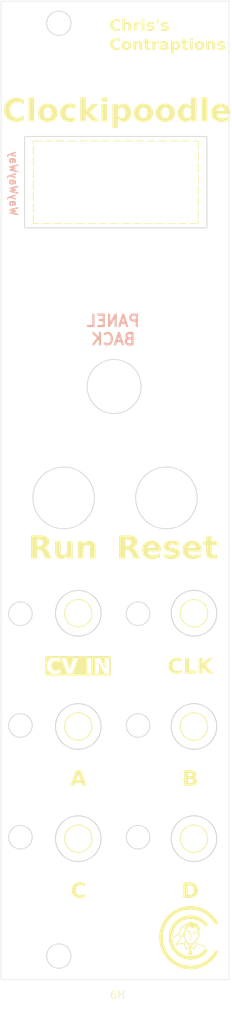
<source format=kicad_pcb>
(kicad_pcb (version 20241229) (generator "pcbnew") (generator_version "9.0")
  (layers (0 "F.Cu" signal) (2 "B.Cu" signal) (13 "F.Paste" user) (15 "B.Paste" user) (5 "F.SilkS" user "F.Silkscreen") (7 "B.SilkS" user "B.Silkscreen") (1 "F.Mask" user) (3 "B.Mask" user) (25 "Edge.Cuts" user))
  (net 0 "")
  (footprint "LEDs:MountingHole_3.1mm_LED_D3.0mm_FlatTop" (layer "F.Cu") (at 114.78 138.684)
    (property "Reference" "D20X" (hide yes))
    (property "Value" "LED")
    (fp_circle (center 1.27 0) (end 2.82 0) (stroke (width 0.1)) (fill no) (layer "Edge.Cuts"))
  )
  (footprint "Eurorack Switches:MountingHole_6.0mm_Jack_3.5mm_QingPu_Vertical" (layer "F.Cu") (at 123.416 132.396)
    (property "Reference" "J10X" (hide yes))
    (property "Value" "CLK/16")
    (fp_circle (center 0 6.48) (end 1.8 6.48) (stroke (width 0.12)) (fill no) (layer "F.SilkS"))
    (fp_circle (center 0 6.48) (end 3 6.48) (stroke (width 0.12)) (fill no) (layer "Edge.Cuts"))
  )
  (footprint "LEDs:MountingHole_3.1mm_LED_D3.0mm_FlatTop" (layer "F.Cu") (at 114.78 124.011)
    (property "Reference" "D19X" (hide yes))
    (property "Value" "LED")
    (fp_circle (center 1.27 0) (end 2.82 0) (stroke (width 0.1)) (fill no) (layer "Edge.Cuts"))
  )
  (footprint "LEDs:MountingHole_3.1mm_LED_D3.0mm_FlatTop" (layer "F.Cu") (at 99.286 124.011)
    (property "Reference" "D16X" (hide yes))
    (property "Value" "LED")
    (fp_circle (center 1.27 0) (end 2.82 0) (stroke (width 0.1)) (fill no) (layer "Edge.Cuts"))
  )
  (footprint "Rotary Encoders:MountingHole_7.1mm_RotaryEncoder_Vertical_H25mm_Dual_PushButton" (layer "F.Cu") (at 112.896 86.748)
    (property "Reference" "SW1X" (hide yes))
    (property "Value" "RotaryEncoder_DualWithSwitch")
    (fp_circle (center 0 -7.25) (end 3.55 -7.25) (stroke (width 0.1)) (fill no) (layer "Edge.Cuts"))
  )
  (footprint "Eurorack Switches:MountingHole_6.0mm_Jack_3.5mm_QingPu_Vertical" (layer "F.Cu") (at 123.416 117.664)
    (property "Reference" "J8X" (hide yes))
    (property "Value" "CLK/4")
    (fp_circle (center 0 6.48) (end 1.8 6.48) (stroke (width 0.12)) (fill no) (layer "F.SilkS"))
    (fp_circle (center 0 6.48) (end 3 6.48) (stroke (width 0.12)) (fill no) (layer "Edge.Cuts"))
  )
  (footprint "Eurorack Switches:MountingHole_6.0mm_Jack_3.5mm_QingPu_Vertical" (layer "F.Cu") (at 123.416 102.792)
    (property "Reference" "J6X" (hide yes))
    (property "Value" "CLK")
    (fp_circle (center 0 6.48) (end 1.8 6.48) (stroke (width 0.12)) (fill no) (layer "F.SilkS"))
    (fp_circle (center 0 6.48) (end 3 6.48) (stroke (width 0.12)) (fill no) (layer "Edge.Cuts"))
  )
  (footprint "Eurorack Panel Mounting:MountingHoles_6H_Panel" (layer "F.Cu") (at 98.116 157.29)
    (property "Reference" "6H" (at 15.24 2.08 0) (layer "F.SilkS") (effects (font (thickness 0.1))))
    (property "Value" "MountingHoles_6H_Panel")
    (fp_circle (center 7.5 -125.5) (end 9.1 -125.5) (stroke (width 0.1)) (fill no) (layer "Edge.Cuts"))
    (fp_circle (center 7.5 -3) (end 9.1 -3) (stroke (width 0.1)) (fill no) (layer "Edge.Cuts"))
  )
  (footprint "Eurorack Switches:MountingHole_6.0mm_Jack_3.5mm_QingPu_Vertical" (layer "F.Cu") (at 108.176 132.396)
    (property "Reference" "J9X" (hide yes))
    (property "Value" "CLK/8")
    (fp_circle (center 0 6.48) (end 1.8 6.48) (stroke (width 0.12)) (fill no) (layer "F.SilkS"))
    (fp_circle (center 0 6.48) (end 3 6.48) (stroke (width 0.12)) (fill no) (layer "Edge.Cuts"))
  )
  (footprint "Eurorack Switches:MountingHole_6.0mm_Jack_3.5mm_QingPu_Vertical" (layer "F.Cu") (at 108.176 102.792)
    (property "Reference" "J3X" (hide yes))
    (property "Value" "Clock In")
    (fp_circle (center 0 6.48) (end 1.8 6.48) (stroke (width 0.12)) (fill no) (layer "F.SilkS"))
    (fp_circle (center 0 6.48) (end 3 6.48) (stroke (width 0.12)) (fill no) (layer "Edge.Cuts"))
  )
  (footprint "Eurorack Switches:MountingHole_6.0mm_Jack_3.5mm_QingPu_Vertical" (layer "F.Cu") (at 108.176 117.664)
    (property "Reference" "J7X" (hide yes))
    (property "Value" "CLK/2")
    (fp_circle (center 0 6.48) (end 1.8 6.48) (stroke (width 0.12)) (fill no) (layer "F.SilkS"))
    (fp_circle (center 0 6.48) (end 3 6.48) (stroke (width 0.12)) (fill no) (layer "Edge.Cuts"))
  )
  (footprint "Eurorack Switches:MountingHole_8.1mm_SW_PUSH_6x6mm" (layer "F.Cu") (at 108.497 90.876 -90)
    (property "Reference" "SW2X" (hide yes))
    (property "Value" "Run/Stop")
    (fp_circle (center 3.25 2.25) (end 7.3 2.25) (stroke (width 0.1)) (fill no) (layer "Edge.Cuts"))
  )
  (footprint "Logos:cc_logo" (layer "F.Cu") (at 122.936 151.892)
    (property "Reference" "LOGO***" (hide yes))
    (property "Value" "LOGO" (hide yes))
    (fp_poly (pts (xy -0.193874 -0.722298) (xy -0.161895 -0.699718) (xy -0.1432 -0.66651) (xy -0.138 -0.626566) (xy -0.146506 -0.58378) (xy -0.168929 -0.542043) (xy -0.18318 -0.525096) (xy -0.214973 -0.503024) (xy -0.248955 -0.500197) (xy -0.283706 -0.516658) (xy -0.29009 -0.521808) (xy -0.30514 -0.536715) (xy -0.313396 -0.552783) (xy -0.31685 -0.576351) (xy -0.3175 -0.609015) (xy -0.311865 -0.662973) (xy -0.295586 -0.702078) (xy -0.269605 -0.725466) (xy -0.234864 -0.732274)) (fill yes) (layer "F.SilkS"))
    (fp_poly (pts (xy 0.535035 -0.661591) (xy 0.558591 -0.651645) (xy 0.572522 -0.639751) (xy 0.58743 -0.622094) (xy 0.5931 -0.60403) (xy 0.591653 -0.577219) (xy 0.590534 -0.568924) (xy 0.577292 -0.508677) (xy 0.557457 -0.463489) (xy 0.532225 -0.434242) (xy 0.502793 -0.421819) (xy 0.470358 -0.427102) (xy 0.436115 -0.450975) (xy 0.433754 -0.453293) (xy 0.41332 -0.476407) (xy 0.40351 -0.498004) (xy 0.400616 -0.527406) (xy 0.400538 -0.536816) (xy 0.404889 -0.578233) (xy 0.416386 -0.616972) (xy 0.432697 -0.646507) (xy 0.44342 -0.656832) (xy 0.45908 -0.661123) (xy 0.486312 -0.66377) (xy 0.501117 -0.664158)) (fill yes) (layer "F.SilkS"))
    (fp_poly (pts (xy 0.027438 0.160026) (xy 0.102272 0.17336) (xy 0.163077 0.198793) (xy 0.210751 0.236648) (xy 0.232197 0.263613) (xy 0.249424 0.297932) (xy 0.250711 0.322764) (xy 0.238136 0.336175) (xy 0.213777 0.336234) (xy 0.179713 0.321008) (xy 0.174235 0.317511) (xy 0.115095 0.287643) (xy 0.044437 0.266401) (xy -0.031293 0.254733) (xy -0.105644 0.253587) (xy -0.172171 0.263912) (xy -0.178339 0.26567) (xy -0.20416 0.272121) (xy -0.218867 0.27069) (xy -0.229574 0.26053) (xy -0.230342 0.25949) (xy -0.238263 0.243106) (xy -0.234438 0.22495) (xy -0.229891 0.21553) (xy -0.213876 0.193744) (xy -0.189845 0.178113) (xy -0.1547 0.167583) (xy -0.105342 0.161098) (xy -0.062324 0.158472)) (fill yes) (layer "F.SilkS"))
    (fp_poly (pts (xy 0.311233 -0.91771) (xy 0.335014 -0.907107) (xy 0.36539 -0.888896) (xy 0.437888 -0.851853) (xy 0.514466 -0.832828) (xy 0.553466 -0.830385) (xy 0.592419 -0.823685) (xy 0.637006 -0.805954) (xy 0.681052 -0.780742) (xy 0.718386 -0.751601) (xy 0.742832 -0.722082) (xy 0.743339 -0.72116) (xy 0.744656 -0.701766) (xy 0.731643 -0.684767) (xy 0.709282 -0.675495) (xy 0.700244 -0.675059) (xy 0.680799 -0.6794) (xy 0.650303 -0.689832) (xy 0.615461 -0.704055) (xy 0.575279 -0.719854) (xy 0.538938 -0.728585) (xy 0.496946 -0.73216) (xy 0.473807 -0.732596) (xy 0.40208 -0.738585) (xy 0.345884 -0.75564) (xy 0.304483 -0.784) (xy 0.299135 -0.789657) (xy 0.287816 -0.807664) (xy 0.284039 -0.831516) (xy 0.285544 -0.859997) (xy 0.28989 -0.890179) (xy 0.295693 -0.912168) (xy 0.299025 -0.918288)) (fill yes) (layer "F.SilkS"))
    (fp_poly (pts (xy 0.058211 -0.943427) (xy 0.061747 -0.914085) (xy 0.061611 -0.910226) (xy 0.050634 -0.859126) (xy 0.024897 -0.815745) (xy -0.012177 -0.782766) (xy -0.057169 -0.762873) (xy -0.106657 -0.758746) (xy -0.12718 -0.762169) (xy -0.157249 -0.771233) (xy -0.193415 -0.784459) (xy -0.208586 -0.790685) (xy -0.250678 -0.8058) (xy -0.285085 -0.809266) (xy -0.319986 -0.80084) (xy -0.351693 -0.786423) (xy -0.390768 -0.770405) (xy -0.425834 -0.762827) (xy -0.452346 -0.764255) (xy -0.464403 -0.772359) (xy -0.465774 -0.790909) (xy -0.455901 -0.816167) (xy -0.438025 -0.841724) (xy -0.421608 -0.857016) (xy -0.396143 -0.873753) (xy -0.363889 -0.892351) (xy -0.352263 -0.898478) (xy -0.336692 -0.906125) (xy -0.322275 -0.911603) (xy -0.306018 -0.914958) (xy -0.284927 -0.916237) (xy -0.256009 -0.915487) (xy -0.21627 -0.912755) (xy -0.162716 -0.908087) (xy -0.101593 -0.902398) (xy -0.06765 -0.899985) (xy -0.045564 -0.902043) (xy -0.027813 -0.910591) (xy -0.006869 -0.927646) (xy -0.006619 -0.927865) (xy 0.02412 -0.950293) (xy 0.0457 -0.955489)) (fill yes) (layer "F.SilkS"))
    (fp_poly (pts (xy 0.157925 -0.670288) (xy 0.166158 -0.654342) (xy 0.169992 -0.641806) (xy 0.170643 -0.627065) (xy 0.167376 -0.606903) (xy 0.159454 -0.578102) (xy 0.146144 -0.537445) (xy 0.126708 -0.481715) (xy 0.126682 -0.481641) (xy 0.105532 -0.423651) (xy 0.082871 -0.364603) (xy 0.061047 -0.310426) (xy 0.042408 -0.267053) (xy 0.037783 -0.257025) (xy 0.021121 -0.221321) (xy 0.008212 -0.19286) (xy 0.000938 -0.175831) (xy 0 -0.172946) (xy 0.009034 -0.1705) (xy 0.033278 -0.167297) (xy 0.068446 -0.163854) (xy 0.090365 -0.162083) (xy 0.149723 -0.155303) (xy 0.191041 -0.144984) (xy 0.215578 -0.130629) (xy 0.224593 -0.111742) (xy 0.224692 -0.109191) (xy 0.217039 -0.085671) (xy 0.198457 -0.071314) (xy 0.186104 -0.069741) (xy 0.170442 -0.071112) (xy 0.140157 -0.073738) (xy 0.100091 -0.077199) (xy 0.068384 -0.079933) (xy -0.001529 -0.088621) (xy -0.054156 -0.101045) (xy -0.088856 -0.116987) (xy -0.104988 -0.136228) (xy -0.105731 -0.139188) (xy -0.103198 -0.154067) (xy -0.09406 -0.182987) (xy -0.079659 -0.222138) (xy -0.061338 -0.267711) (xy -0.0558 -0.280841) (xy -0.031362 -0.339655) (xy -0.003748 -0.408446) (xy 0.023704 -0.478775) (xy 0.047652 -0.542198) (xy 0.048277 -0.543892) (xy 0.066965 -0.592593) (xy 0.084481 -0.634521) (xy 0.099313 -0.666325) (xy 0.10995 -0.684651) (xy 0.113134 -0.687682) (xy 0.137721 -0.688335)) (fill yes) (layer "F.SilkS"))
    (fp_poly (pts (xy 0.080967 -2.945699) (xy 0.166081 -2.944346) (xy 0.243192 -2.941672) (xy 0.308429 -2.937651) (xy 0.356577 -2.932458) (xy 0.50599 -2.908202) (xy 0.640778 -2.881277) (xy 0.765807 -2.850403) (xy 0.885939 -2.814297) (xy 1.00604 -2.771678) (xy 1.084412 -2.740689) (xy 1.299969 -2.641949) (xy 1.505539 -2.526538) (xy 1.700543 -2.394907) (xy 1.884402 -2.247507) (xy 2.056538 -2.084791) (xy 2.216372 -1.907211) (xy 2.318862 -1.776681) (xy 2.345221 -1.741169) (xy 2.196876 -1.615488) (xy 2.148844 -1.574802) (xy 2.103672 -1.536553) (xy 2.064335 -1.503257) (xy 2.033807 -1.477434) (xy 2.015062 -1.461599) (xy 2.01449 -1.461117) (xy 1.980449 -1.432426) (xy 1.954936 -1.461682) (xy 1.938973 -1.480441) (xy 1.913985 -1.510331) (xy 1.883305 -1.547347) (xy 1.850263 -1.587485) (xy 1.847915 -1.590347) (xy 1.709004 -1.744526) (xy 1.556153 -1.885883) (xy 1.390833 -2.013607) (xy 1.214515 -2.126886) (xy 1.028671 -2.224907) (xy 0.834772 -2.306858) (xy 0.63429 -2.371928) (xy 0.428697 -2.419304) (xy 0.312454 -2.437727) (xy 0.240158 -2.445113) (xy 0.155096 -2.450208) (xy 0.062363 -2.453006) (xy -0.032949 -2.453499) (xy -0.125748 -2.451681) (xy -0.21094 -2.447544) (xy -0.283433 -2.441082) (xy -0.302846 -2.438561) (xy -0.517654 -2.398555) (xy -0.725016 -2.341074) (xy -0.924058 -2.266458) (xy -1.113905 -2.175047) (xy -1.293684 -2.06718) (xy -1.340916 -2.034906) (xy -1.479839 -1.928947) (xy -1.61412 -1.810196) (xy -1.739806 -1.682594) (xy -1.852944 -1.550084) (xy -1.926579 -1.450731) (xy -2.042469 -1.266316) (xy -2.140677 -1.07419) (xy -2.221034 -0.875305) (xy -2.283371 -0.670615) (xy -2.327519 -0.46107) (xy -2.353309 -0.247624) (xy -2.360571 -0.031229) (xy -2.349136 0.187162) (xy -2.318836 0.406598) (xy -2.284777 0.566615) (xy -2.225229 0.770141) (xy -2.148458 0.966299) (xy -2.055389 1.154077) (xy -1.946949 1.332464) (xy -1.824065 1.500449) (xy -1.687664 1.657019) (xy -1.538672 1.801163) (xy -1.378016 1.931869) (xy -1.206623 2.048126) (xy -1.025419 2.148922) (xy -0.835331 2.233245) (xy -0.720122 2.274619) (xy -0.551721 2.324188) (xy -0.388866 2.359637) (xy -0.225114 2.381999) (xy -0.054025 2.392309) (xy 0.019598 2.393292) (xy 0.237155 2.383954) (xy 0.450623 2.35561) (xy 0.659283 2.308499) (xy 0.862416 2.242859) (xy 1.059305 2.15893) (xy 1.24923 2.05695) (xy 1.431474 1.937159) (xy 1.465384 1.912247) (xy 1.506231 1.879428) (xy 1.557271 1.83484) (xy 1.615645 1.781252) (xy 1.678493 1.721432) (xy 1.742955 1.65815) (xy 1.806172 1.594174) (xy 1.865283 1.532274) (xy 1.917429 1.475217) (xy 1.921411 1.470723) (xy 1.990049 1.393023) (xy 2.034262 1.431646) (xy 2.088565 1.479133) (xy 2.142437 1.526331) (xy 2.193615 1.57125) (xy 2.239836 1.611899) (xy 2.278838 1.646289) (xy 2.308358 1.672428) (xy 2.326134 1.688326) (xy 2.328926 1.690882) (xy 2.335739 1.698292) (xy 2.338041 1.706393) (xy 2.334328 1.717891) (xy 2.323095 1.735491) (xy 2.302837 1.761897) (xy 2.272049 1.799817) (xy 2.260541 1.813834) (xy 2.096564 1.999113) (xy 1.923088 2.167486) (xy 1.740369 2.318811) (xy 1.548663 2.452945) (xy 1.348227 2.569746) (xy 1.139315 2.669073) (xy 0.922184 2.750783) (xy 0.697089 2.814734) (xy 0.464287 2.860785) (xy 0.346243 2.876916) (xy 0.300465 2.881016) (xy 0.241083 2.884478) (xy 0.17222 2.887237) (xy 0.098001 2.889232) (xy 0.022547 2.890398) (xy -0.050018 2.890674) (xy -0.11557 2.889995) (xy -0.169988 2.8883) (xy -0.209146 2.885524) (xy -0.210039 2.885424) (xy -0.413815 2.857401) (xy -0.602888 2.82108) (xy -0.780667 2.775497) (xy -0.950559 2.719687) (xy -1.115972 2.652684) (xy -1.241473 2.593339) (xy -1.44382 2.48107) (xy -1.635469 2.353042) (xy -1.815721 2.210278) (xy -1.983879 2.053804) (xy -2.139247 1.884645) (xy -2.281125 1.703825) (xy -2.408816 1.512369) (xy -2.521623 1.311303) (xy -2.618849 1.101651) (xy -2.699794 0.884438) (xy -2.763763 0.660689) (xy -2.810057 0.431429) (xy -2.832865 0.255407) (xy -2.83778 0.187888) (xy -2.840983 0.105901) (xy -2.842513 0.014426) (xy -2.84241 -0.081556) (xy -2.840713 -0.177064) (xy -2.837461 -0.267116) (xy -2.832693 -0.346732) (xy -2.827702 -0.400539) (xy -2.791182 -0.635063) (xy -2.73637 -0.863779) (xy -2.663827 -1.085776) (xy -2.574116 -1.300143) (xy -2.467796 -1.505968) (xy -2.34543 -1.702339) (xy -2.20758 -1.888345) (xy -2.054806 -2.063074) (xy -1.887671 -2.225616) (xy -1.706735 -2.375058) (xy -1.538267 -2.49388) (xy -1.350167 -2.60712) (xy -1.15726 -2.70373) (xy -0.957429 -2.784503) (xy -0.748557 -2.850232) (xy -0.528524 -2.901712) (xy -0.381 -2.927527) (xy -0.329161 -2.933556) (xy -0.262098 -2.938419) (xy -0.183682 -2.942091) (xy -0.097786 -2.944546) (xy -0.008279 -2.945757)) (fill yes) (layer "F.SilkS"))
    (fp_poly (pts (xy 0.131692 -4.179097) (xy 0.225327 -4.176903) (xy 0.305482 -4.172786) (xy 0.312615 -4.172262) (xy 0.600559 -4.141245) (xy 0.880698 -4.092521) (xy 1.15282 -4.026152) (xy 1.416716 -3.9422) (xy 1.672171 -3.840727) (xy 1.918976 -3.721797) (xy 2.006414 -3.674302) (xy 2.165605 -3.581632) (xy 2.31186 -3.48865) (xy 2.449105 -3.39236) (xy 2.581266 -3.289769) (xy 2.712268 -3.177884) (xy 2.846037 -3.053708) (xy 2.93587 -2.965448) (xy 3.104067 -2.784914) (xy 3.265746 -2.586907) (xy 3.419868 -2.372711) (xy 3.435458 -2.3495) (xy 3.467121 -2.30032) (xy 3.501766 -2.243523) (xy 3.538121 -2.181497) (xy 3.574915 -2.116631) (xy 3.610878 -2.051313) (xy 3.644736 -1.98793) (xy 3.675221 -1.928871) (xy 3.701059 -1.876523) (xy 3.72098 -1.833275) (xy 3.733713 -1.801515) (xy 3.737985 -1.78363) (xy 3.737672 -1.781816) (xy 3.732904 -1.77757) (xy 3.720888 -1.774271) (xy 3.699579 -1.771813) (xy 3.666935 -1.770087) (xy 3.62091 -1.768987) (xy 3.559462 -1.768404) (xy 3.480547 -1.768231) (xy 3.479471 -1.768231) (xy 3.226483 -1.768231) (xy 3.179973 -1.848827) (xy 3.037374 -2.076619) (xy 2.879775 -2.292246) (xy 2.707929 -2.495101) (xy 2.522589 -2.684576) (xy 2.32451 -2.860062) (xy 2.114446 -3.020952) (xy 1.893149 -3.166637) (xy 1.661374 -3.296509) (xy 1.419874 -3.409961) (xy 1.169404 -3.506384) (xy 1.094309 -3.53136) (xy 0.866867 -3.594809) (xy 0.629992 -3.642612) (xy 0.386202 -3.674581) (xy 0.138015 -3.690524) (xy -0.112047 -3.690253) (xy -0.361468 -3.673578) (xy -0.525243 -3.653386) (xy -0.700625 -3.622516) (xy -0.881972 -3.580974) (xy -1.063101 -3.530495) (xy -1.23783 -3.472812) (xy -1.399978 -3.40966) (xy -1.410824 -3.405025) (xy -1.65387 -3.290125) (xy -1.885581 -3.159592) (xy -2.10541 -3.013996) (xy -2.312808 -2.853904) (xy -2.507228 -2.679884) (xy -2.688124 -2.492504) (xy -2.854949 -2.292332) (xy -3.007154 -2.079937) (xy -3.144192 -1.855886) (xy -3.265517 -1.620747) (xy -3.370581 -1.375089) (xy -3.373426 -1.367693) (xy -3.457984 -1.120004) (xy -3.524298 -0.865988) (xy -3.572288 -0.606514) (xy -3.601877 -0.342451) (xy -3.612984 -0.074668) (xy -3.605531 0.195965) (xy -3.579438 0.46858) (xy -3.555248 0.630115) (xy -3.5098 0.84804) (xy -3.447368 1.069669) (xy -3.369262 1.29185) (xy -3.276794 1.511429) (xy -3.171274 1.725255) (xy -3.054016 1.930175) (xy -2.94571 2.095553) (xy -2.855386 2.218037) (xy -2.753296 2.34419) (xy -2.642982 2.470202) (xy -2.527984 2.592264) (xy -2.411841 2.706565) (xy -2.298095 2.809295) (xy -2.229864 2.865878) (xy -2.016731 3.023677) (xy -1.794689 3.16447) (xy -1.564645 3.288011) (xy -1.327505 3.394058) (xy -1.084174 3.482363) (xy -0.835558 3.552684) (xy -0.582565 3.604775) (xy -0.326099 3.638392) (xy -0.067066 3.653289) (xy 0.193626 3.649223) (xy 0.455073 3.625948) (xy 0.540673 3.614114) (xy 0.792726 3.566599) (xy 1.041771 3.500715) (xy 1.286171 3.417229) (xy 1.52429 3.316907) (xy 1.75449 3.200512) (xy 1.975134 3.068812) (xy 2.184586 2.922571) (xy 2.381209 2.762556) (xy 2.40323 2.743032) (xy 2.588046 2.567614) (xy 2.755305 2.387358) (xy 2.906808 2.200062) (xy 3.04436 2.003521) (xy 3.15068 1.82925) (xy 3.221987 1.70473) (xy 3.476916 1.702126) (xy 3.554109 1.701407) (xy 3.61396 1.701105) (xy 3.658663 1.701349) (xy 3.690412 1.702269) (xy 3.711403 1.703995) (xy 3.72383 1.706656) (xy 3.729887 1.71038) (xy 3.731767 1.715299) (xy 3.731846 1.717159) (xy 3.727305 1.734153) (xy 3.71458 1.765535) (xy 3.695017 1.808638) (xy 3.669963 1.860794) (xy 3.640765 1.919336) (xy 3.608768 1.981596) (xy 3.575319 2.044906) (xy 3.541765 2.106599) (xy 3.509451 2.164006) (xy 3.486651 2.202961) (xy 3.398678 2.344409) (xy 3.310743 2.473356) (xy 3.219003 2.594773) (xy 3.119614 2.713633) (xy 3.008733 2.834908) (xy 2.955234 2.890399) (xy 2.846758 2.997638) (xy 2.736022 3.099341) (xy 2.618946 3.199002) (xy 2.491451 3.300115) (xy 2.374515 3.387851) (xy 2.286135 3.451603) (xy 2.20646 3.506264) (xy 2.129991 3.555242) (xy 2.051226 3.601945) (xy 1.964668 3.649779) (xy 1.879327 3.694664) (xy 1.629655 3.812938) (xy 1.37184 3.914046) (xy 1.107394 3.997674) (xy 0.837826 4.063511) (xy 0.564646 4.111243) (xy 0.289366 4.140558) (xy 0.013494 4.151143) (xy -0.261459 4.142685) (xy -0.278423 4.141528) (xy -0.549123 4.11276) (xy -0.818503 4.064919) (xy -1.085197 3.99847) (xy -1.347838 3.913879) (xy -1.605057 3.811611) (xy -1.855489 3.692131) (xy -2.097765 3.555905) (xy -2.213498 3.482914) (xy -2.43436 3.328659) (xy -2.640167 3.164417) (xy -2.832546 2.988576) (xy -3.013119 2.799523) (xy -3.183512 2.595647) (xy -3.345347 2.375334) (xy -3.379256 2.325552) (xy -3.527403 2.08996) (xy -3.657927 1.849723) (xy -3.7713 1.603545) (xy -3.867992 1.35013) (xy -3.948477 1.088183) (xy -4.013225 0.816408) (xy -4.062709 0.53351) (xy -4.080326 0.400538) (xy -4.08644 0.335289) (xy -4.0913 0.25462) (xy -4.094881 0.16261) (xy -4.09716 0.063341) (xy -4.09811 -0.039108) (xy -4.097708 -0.140658) (xy -4.09593 -0.237228) (xy -4.09275 -0.324739) (xy -4.088144 -0.39911) (xy -4.085325 -0.429846) (xy -4.045516 -0.724477) (xy -3.9892 -1.008814) (xy -3.916227 -1.283245) (xy -3.82645 -1.548158) (xy -3.719721 -1.803938) (xy -3.595893 -2.050974) (xy -3.454819 -2.289653) (xy -3.29635 -2.520362) (xy -3.279439 -2.543144) (xy -3.101776 -2.764954) (xy -2.911713 -2.97179) (xy -2.709705 -3.163393) (xy -2.496207 -3.339503) (xy -2.271674 -3.499861) (xy -2.03656 -3.644208) (xy -1.791319 -3.772285) (xy -1.536407 -3.883832) (xy -1.272277 -3.97859) (xy -0.999384 -4.056299) (xy -0.718184 -4.116701) (xy -0.449385 -4.157143) (xy -0.373801 -4.164516) (xy -0.28343 -4.170528) (xy -0.182984 -4.175085) (xy -0.077175 -4.178095) (xy 0.029288 -4.179464)) (fill yes) (layer "F.SilkS"))
    (fp_poly (pts (xy 0.194998 -2.07292) (xy 0.33061 -2.051545) (xy 0.465613 -2.017288) (xy 0.597018 -1.970904) (xy 0.721838 -1.913151) (xy 0.837085 -1.844785) (xy 0.938738 -1.767458) (xy 0.986885 -1.719916) (xy 1.027808 -1.668148) (xy 1.059826 -1.615384) (xy 1.081256 -1.564855) (xy 1.090416 -1.51979) (xy 1.086077 -1.484595) (xy 1.082987 -1.471049) (xy 1.08669 -1.457991) (xy 1.09969 -1.441459) (xy 1.124492 -1.417487) (xy 1.133886 -1.408908) (xy 1.175998 -1.364691) (xy 1.209032 -1.31828) (xy 1.217147 -1.303273) (xy 1.228051 -1.280085) (xy 1.23525 -1.260319) (xy 1.239283 -1.239355) (xy 1.240686 -1.212573) (xy 1.239997 -1.175353) (xy 1.237857 -1.125288) (xy 1.228104 -1.008513) (xy 1.210274 -0.8927) (xy 1.185543 -0.784337) (xy 1.162545 -0.710078) (xy 1.150461 -0.672715) (xy 1.143499 -0.644209) (xy 1.142544 -0.628502) (xy 1.143843 -0.626739) (xy 1.17008 -0.610224) (xy 1.19721 -0.581702) (xy 1.21962 -0.547591) (xy 1.226757 -0.531901) (xy 1.237594 -0.48384) (xy 1.239863 -0.422638) (xy 1.234172 -0.352408) (xy 1.221126 -0.277259) (xy 1.201332 -0.201303) (xy 1.175396 -0.12865) (xy 1.163207 -0.100942) (xy 1.120197 -0.023788) (xy 1.07216 0.03454) (xy 1.019015 0.074116) (xy 0.960687 0.095013) (xy 0.956993 0.095679) (xy 0.934417 0.100582) (xy 0.919882 0.108861) (xy 0.90883 0.125273) (xy 0.896704 0.154572) (xy 0.894192 0.161222) (xy 0.879041 0.197628) (xy 0.857013 0.245721) (xy 0.830759 0.30013) (xy 0.802929 0.355484) (xy 0.776176 0.406413) (xy 0.753149 0.447546) (xy 0.751377 0.45054) (xy 0.730322 0.485888) (xy 0.755531 0.548901) (xy 0.769824 0.58841) (xy 0.781577 0.627622) (xy 0.787407 0.653604) (xy 0.790632 0.671595) (xy 0.795555 0.685234) (xy 0.804951 0.695974) (xy 0.821595 0.705268) (xy 0.848263 0.71457) (xy 0.887732 0.725332) (xy 0.942776 0.739008) (xy 0.957384 0.742584) (xy 1.125484 0.78592) (xy 1.275374 0.829334) (xy 1.408376 0.873403) (xy 1.525812 0.918698) (xy 1.629003 0.965795) (xy 1.719273 1.015268) (xy 1.797942 1.06769) (xy 1.866333 1.123636) (xy 1.892788 1.148798) (xy 1.927085 1.18535) (xy 1.946584 1.213503) (xy 1.952219 1.236445) (xy 1.944925 1.257364) (xy 1.929867 1.275328) (xy 1.905221 1.294065) (xy 1.882282 1.29671) (xy 1.857863 1.282599) (xy 1.831858 1.254863) (xy 1.785467 1.207955) (xy 1.722735 1.159342) (xy 1.646546 1.110784) (xy 1.559789 1.064045) (xy 1.465349 1.020885) (xy 1.416471 1.00132) (xy 1.372727 0.985627) (xy 1.317716 0.967435) (xy 1.254431 0.947588) (xy 1.185865 0.926928) (xy 1.115012 0.906299) (xy 1.044863 0.886544) (xy 0.978413 0.868506) (xy 0.918655 0.853028) (xy 0.86858 0.840953) (xy 0.831184 0.833124) (xy 0.809648 0.830384) (xy 0.795551 0.836206) (xy 0.7912 0.856258) (xy 0.791191 0.85725) (xy 0.788214 0.887354) (xy 0.779069 0.926607) (xy 0.763095 0.977105) (xy 0.739632 1.040944) (xy 0.70939 1.11687) (xy 0.682567 1.18192) (xy 0.660638 1.233276) (xy 0.641411 1.27545) (xy 0.622692 1.312957) (xy 0.602289 1.350308) (xy 0.578007 1.392017) (xy 0.565471 1.41301) (xy 0.544682 1.449111) (xy 0.52848 1.480009) (xy 0.519148 1.501205) (xy 0.517769 1.506943) (xy 0.512067 1.524199) (xy 0.498271 1.546143) (xy 0.497521 1.547105) (xy 0.47687 1.56582) (xy 0.449774 1.572551) (xy 0.439458 1.572846) (xy 0.413274 1.570206) (xy 0.393462 1.559355) (xy 0.3722 1.536211) (xy 0.354099 1.513827) (xy 0.3274 1.480982) (xy 0.295888 1.442328) (xy 0.26738 1.40744) (xy 0.192001 1.315304) (xy 0.180298 1.349107) (xy 0.169039 1.377408) (xy 0.152998 1.412943) (xy 0.142722 1.433968) (xy 0.128492 1.463895) (xy 0.123004 1.482963) (xy 0.125236 1.497238) (xy 0.130426 1.506956) (xy 0.134231 1.513562) (xy 0.137731 1.521479) (xy 0.141257 1.532554) (xy 0.145141 1.548636) (xy 0.149711 1.571573) (xy 0.155299 1.603213) (xy 0.162235 1.645404) (xy 0.170849 1.699995) (xy 0.181472 1.768834) (xy 0.194435 1.853769) (xy 0.205794 1.928507) (xy 0.218792 2.014785) (xy 0.228839 2.083779) (xy 0.236067 2.137498) (xy 0.240609 2.17795) (xy 0.242598 2.207145) (xy 0.242167 2.227092) (xy 0.239448 2.239799) (xy 0.234573 2.247277) (xy 0.227676 2.251534) (xy 0.227134 2.251758) (xy 0.209779 2.254858) (xy 0.176645 2.257476) (xy 0.131485 2.259565) (xy 0.078053 2.261079) (xy 0.020104 2.261974) (xy -0.038609 2.262203) (xy -0.094331 2.261722) (xy -0.143309 2.260484) (xy -0.181789 2.258445) (xy -0.197575 2.256907) (xy -0.248737 2.250139) (xy -0.2836 2.244251) (xy -0.30528 2.237932) (xy -0.316893 2.229869) (xy -0.321555 2.218753) (xy -0.322385 2.204387) (xy -0.31987 2.186715) (xy -0.312801 2.153246) (xy -0.301891 2.106651) (xy -0.287853 2.049606) (xy -0.271402 1.984782) (xy -0.253249 1.914854) (xy -0.23411 1.842495) (xy -0.214697 1.770379) (xy -0.195723 1.701179) (xy -0.177902 1.637568) (xy -0.161948 1.58222) (xy -0.148574 1.537809) (xy -0.138493 1.507007) (xy -0.132418 1.492489) (xy -0.132415 1.492483) (xy -0.123738 1.475373) (xy -0.127627 1.459305) (xy -0.133626 1.449444) (xy -0.143903 1.429443) (xy -0.157636 1.397029) (xy -0.172251 1.358375) (xy -0.175763 1.348394) (xy -0.202744 1.270476) (xy -0.292158 1.362903) (xy -0.337856 1.4126) (xy -0.373298 1.456286) (xy -0.396382 1.491297) (xy -0.401171 1.501053) (xy -0.415881 1.530321) (xy -0.431081 1.55296) (xy -0.43752 1.5595) (xy -0.467467 1.57122) (xy -0.501784 1.568867) (xy -0.524176 1.558471) (xy -0.541207 1.539718) (xy -0.563239 1.505076) (xy -0.58916 1.457215) (xy -0.617861 1.398805) (xy -0.648231 1.332515) (xy -0.679159 1.261015) (xy -0.709536 1.186975) (xy -0.738251 1.113064) (xy -0.764193 1.041952) (xy -0.786252 0.976308) (xy -0.803318 0.918803) (xy -0.814281 0.872106) (xy -0.817047 0.854327) (xy -0.820291 0.836214) (xy -0.698918 0.836214) (xy -0.696401 0.856897) (xy -0.689934 0.882003) (xy -0.688359 0.887509) (xy -0.665926 0.959535) (xy -0.637119 1.042846) (xy -0.604268 1.131237) (xy -0.569703 1.2185) (xy -0.535754 1.298431) (xy -0.525612 1.320986) (xy -0.495617 1.386626) (xy -0.427312 1.31764) (xy -0.390622 1.28242) (xy -0.344881 1.241183) (xy -0.296613 1.199706) (xy -0.262327 1.171632) (xy -0.223747 1.141286) (xy -0.189185 1.114811) (xy -0.1623 1.094965) (xy -0.146754 1.084505) (xy -0.146324 1.084269) (xy -0.1355 1.076399) (xy 0.107963 1.076399) (xy 0.154116 1.113247) (xy 0.195772 1.149695) (xy 0.244262 1.197211) (xy 0.29502 1.250999) (xy 0.343478 1.306259) (xy 0.375992 1.346334) (xy 0.423938 1.408015) (xy 0.441117 1.385411) (xy 0.452777 1.367404) (xy 0.470564 1.336814) (xy 0.491729 1.298465) (xy 0.506867 1.27) (xy 0.535018 1.213075) (xy 0.565047 1.147017) (xy 0.594989 1.07666) (xy 0.622881 1.006837) (xy 0.64676 0.942384) (xy 0.664661 0.888133) (xy 0.670632 0.866835) (xy 0.680954 0.793596) (xy 0.677431 0.714681) (xy 0.660462 0.637784) (xy 0.65837 0.631461) (xy 0.642406 0.58461) (xy 0.609066 0.616925) (xy 0.585427 0.644039) (xy 0.560175 0.67932) (xy 0.545613 0.703177) (xy 0.525515 0.732802) (xy 0.493756 0.771832) (xy 0.453344 0.816768) (xy 0.407288 0.864112) (xy 0.40673 0.864664) (xy 0.357652 0.912033) (xy 0.31672 0.948386) (xy 0.27922 0.977418) (xy 0.240435 1.002821) (xy 0.202962 1.024306) (xy 0.107963 1.076399) (xy -0.1355 1.076399) (xy -0.130278 1.072602) (xy -0.130693 1.061187) (xy -0.148343 1.046847) (xy -0.156711 1.041739) (xy -0.23525 0.986974) (xy -0.312662 0.917562) (xy -0.384717 0.838145) (xy -0.421998 0.787548) (xy -0.265824 0.787548) (xy -0.259855 0.797477) (xy -0.243543 0.814855) (xy -0.219458 0.837444) (xy -0.190165 0.863004) (xy -0.158233 0.889297) (xy -0.126229 0.914085) (xy -0.096719 0.935127) (xy -0.072272 0.950187) (xy -0.071819 0.950429) (xy -0.039827 0.967328) (xy -0.015285 0.979986) (xy -0.00258 0.986148) (xy -0.001802 0.986409) (xy 0.007855 0.982734) (xy 0.030837 0.972711) (xy 0.062768 0.958263) (xy 0.073833 0.953171) (xy 0.105635 0.937258) (xy 0.142573 0.916913) (xy 0.181116 0.894335) (xy 0.217731 0.871722) (xy 0.248885 0.851275) (xy 0.271047 0.835192) (xy 0.280685 0.825673) (xy 0.280606 0.824426) (xy 0.270413 0.825432) (xy 0.24762 0.831355) (xy 0.229121 0.837064) (xy 0.192853 0.845397) (xy 0.143364 0.850703) (xy 0.07799 0.853231) (xy 0.05373 0.853491) (xy 0.00679 0.853527) (xy -0.030813 0.852453) (xy -0.063349 0.849365) (xy -0.095089 0.843359) (xy -0.130303 0.83353) (xy -0.173262 0.818974) (xy -0.228236 0.798788) (xy -0.258885 0.787306) (xy -0.265824 0.787548) (xy -0.421998 0.787548) (xy -0.447182 0.753368) (xy -0.494013 0.671628) (xy -0.519935 0.621204) (xy -0.544819 0.577927) (xy -0.567042 0.544169) (xy -0.584981 0.522305) (xy -0.597013 0.514705) (xy -0.60007 0.516575) (xy -0.609613 0.536655) (xy -0.623025 0.570959) (xy -0.638722 0.61495) (xy -0.655121 0.664092) (xy -0.670636 0.713846) (xy -0.679038 0.742733) (xy -0.69061 0.784929) (xy -0.697112 0.814157) (xy -0.698918 0.836214) (xy -0.820291 0.836214) (xy -0.822283 0.825096) (xy -0.829191 0.805798) (xy -0.834172 0.801177) (xy -0.856239 0.802351) (xy -0.895124 0.805453) (xy -0.948229 0.810211) (xy -1.012959 0.816353) (xy -1.086716 0.823606) (xy -1.166904 0.831697) (xy -1.250925 0.840355) (xy -1.336185 0.849306) (xy -1.420085 0.858279) (xy -1.50003 0.867) (xy -1.573421 0.875198) (xy -1.637664 0.882599) (xy -1.690161 0.888933) (xy -1.728316 0.893925) (xy -1.748693 0.897133) (xy -1.76689 0.902751) (xy -1.783063 0.913866) (xy -1.800743 0.933968) (xy -1.823459 0.966547) (xy -1.831731 0.979193) (xy -1.860913 1.021769) (xy -1.883794 1.048258) (xy -1.902793 1.060058) (xy -1.920327 1.058567) (xy -1.938815 1.045181) (xy -1.941453 1.042603) (xy -1.955713 1.025961) (xy -1.961591 1.009016) (xy -1.960877 0.984102) (xy -1.958854 0.968046) (xy -1.952328 0.936464) (xy -1.943382 0.911868) (xy -1.938289 0.904145) (xy -1.928616 0.891811) (xy -1.91026 0.866072) (xy -1.88525 0.829862) (xy -1.855618 0.786115) (xy -1.848352 0.775228) (xy -1.70436 0.775228) (xy -1.680123 0.768384) (xy -1.661754 0.764927) (xy -1.628273 0.760214) (xy -1.584022 0.754801) (xy -1.533345 0.749243) (xy -1.519116 0.747789) (xy -1.455829 0.741396) (xy -1.381885 0.733878) (xy -1.306062 0.72613) (xy -1.237136 0.719048) (xy -1.230923 0.718407) (xy -1.161798 0.711516) (xy -1.083552 0.704109) (xy -1.005499 0.697046) (xy -0.93695 0.691187) (xy -0.933039 0.690868) (xy -0.786577 0.678961) (xy -0.760812 0.599257) (xy -0.743739 0.550372) (xy -0.723332 0.497572) (xy -0.70389 0.451961) (xy -0.703152 0.450353) (xy -0.671256 0.381153) (xy -0.701597 0.30437) (xy -0.729452 0.228296) (xy -0.753667 0.151324) (xy -0.772687 0.078981) (xy -0.784959 0.016794) (xy -0.787198 0.00002) (xy -0.794043 -0.060482) (xy -0.839079 -0.079693) (xy -0.899231 -0.115767) (xy -0.948316 -0.167301) (xy -0.973076 -0.207596) (xy -0.987736 -0.233527) (xy -0.999959 -0.25037) (xy -1.004983 -0.254) (xy -1.015396 -0.247803) (xy -1.036296 -0.23123) (xy -1.063952 -0.207311) (xy -1.077335 -0.195209) (xy -1.108052 -0.16648) (xy -1.126879 -0.146194) (xy -1.136588 -0.12988) (xy -1.139952 -0.113066) (xy -1.139867 -0.094353) (xy -1.140947 -0.070084) (xy -1.147509 -0.045605) (xy -1.161524 -0.01571) (xy -1.184966 0.024802) (xy -1.185174 0.025145) (xy -1.217404 0.076246) (xy -1.261444 0.142703) (xy -1.317199 0.224378) (xy -1.384575 0.321134) (xy -1.463476 0.432832) (xy -1.545018 0.547077) (xy -1.582453 0.59944) (xy -1.617042 0.648074) (xy -1.64679 0.690152) (xy -1.669703 0.72285) (xy -1.683786 0.743343) (xy -1.685955 0.746633) (xy -1.70436 0.775228) (xy -1.848352 0.775228) (xy -1.828612 0.745649) (xy -1.794069 0.694469) (xy -1.751078 0.632207) (xy -1.702865 0.563452) (xy -1.652655 0.492789) (xy -1.603673 0.424806) (xy -1.584339 0.398287) (xy -1.531127 0.325006) (xy -1.478725 0.251747) (xy -1.428708 0.180791) (xy -1.382647 0.114424) (xy -1.342117 0.05493) (xy -1.308691 0.004592) (xy -1.283942 -0.034305) (xy -1.270703 -0.057043) (xy -1.267119 -0.066013) (xy -1.267472 -0.075564) (xy -1.273447 -0.087963) (xy -1.28673 -0.105473) (xy -1.309003 -0.130362) (xy -1.341953 -0.164893) (xy -1.379675 -0.203582) (xy -1.421828 -0.247457) (xy -1.461494 -0.290221) (xy -1.495614 -0.328463) (xy -1.521125 -0.358774) (xy -1.532377 -0.373673) (xy -1.55065 -0.398784) (xy -1.56512 -0.415635) (xy -1.571212 -0.420077) (xy -1.584685 -0.413889) (xy -1.610891 -0.396375) (xy -1.64789 -0.369115) (xy -1.693744 -0.333688) (xy -1.746512 -0.291672) (xy -1.804257 -0.244645) (xy -1.86504 -0.194187) (xy -1.92692 -0.141875) (xy -1.987959 -0.089289) (xy -2.046219 -0.038007) (xy -2.09821 0.008969) (xy -2.138468 0.045053) (xy -2.174126 0.075389) (xy -2.202607 0.097911) (xy -2.221332 0.110554) (xy -2.227328 0.112381) (xy -2.232426 0.100143) (xy -2.235978 0.074252) (xy -2.237154 0.0441) (xy -2.237154 -0.018109) (xy -2.13702 -0.111035) (xy -2.070857 -0.171145) (xy -2.000883 -0.232411) (xy -1.929308 -0.293081) (xy -1.858345 -0.351401) (xy -1.790206 -0.405617) (xy -1.727102 -0.453977) (xy -1.692403 -0.479291) (xy -1.468229 -0.479291) (xy -1.430206 -0.432588) (xy -1.407274 -0.405604) (xy -1.378112 -0.372987) (xy -1.345554 -0.337701) (xy -1.312434 -0.302711) (xy -1.281586 -0.270979) (xy -1.255844 -0.245469) (xy -1.238042 -0.229146) (xy -1.231405 -0.224693) (xy -1.221227 -0.231175) (xy -1.203546 -0.247445) (xy -1.196117 -0.25509) (xy -1.174649 -0.27529) (xy -1.143171 -0.301889) (xy -1.107585 -0.329948) (xy -1.098163 -0.33704) (xy -1.091241 -0.342614) (xy -0.902926 -0.342614) (xy -0.895144 -0.31969) (xy -0.889071 -0.305615) (xy -0.871442 -0.270728) (xy -0.851216 -0.238083) (xy -0.831561 -0.212116) (xy -0.815645 -0.197264) (xy -0.810349 -0.195385) (xy -0.806006 -0.204373) (xy -0.803753 -0.220891) (xy -0.681865 -0.220891) (xy -0.676449 -0.1053) (xy -0.664542 0.002196) (xy -0.646265 0.097123) (xy -0.638812 0.125081) (xy -0.593305 0.255245) (xy -0.536297 0.371431) (xy -0.468322 0.472923) (xy -0.389915 0.559006) (xy -0.30161 0.628967) (xy -0.231809 0.669149) (xy -0.129315 0.711539) (xy -0.029466 0.735474) (xy 0.070328 0.741323) (xy 0.17266 0.729454) (xy 0.18073 0.727814) (xy 0.256491 0.705191) (xy 0.336341 0.669465) (xy 0.413763 0.623937) (xy 0.473435 0.579462) (xy 0.536524 0.518927) (xy 0.599545 0.444667) (xy 0.658417 0.362081) (xy 0.709063 0.276567) (xy 0.723038 0.249115) (xy 0.741307 0.210398) (xy 0.757876 0.172144) (xy 0.773996 0.130888) (xy 0.79092 0.083165) (xy 0.809902 0.025512) (xy 0.832195 -0.045538) (xy 0.846695 -0.092808) (xy 0.857823 -0.125725) (xy 0.867877 -0.144069) (xy 0.880033 -0.152336) (xy 0.890165 -0.154391) (xy 0.908075 -0.152642) (xy 0.919522 -0.140497) (xy 0.925722 -0.11511) (xy 0.927891 -0.073633) (xy 0.927943 -0.065915) (xy 0.928077 -0.019483) (xy 0.959172 -0.032171) (xy 0.9905 -0.054005) (xy 1.021521 -0.091911) (xy 1.050821 -0.142454) (xy 1.076986 -0.2022) (xy 1.098601 -0.267712) (xy 1.114251 -0.335557) (xy 1.122523 -0.402298) (xy 1.123461 -0.431127) (xy 1.119808 -0.476378) (xy 1.10846 -0.504601) (xy 1.088834 -0.516968) (xy 1.080352 -0.51777) (xy 1.065246 -0.516149) (xy 1.053243 -0.509186) (xy 1.042262 -0.49373) (xy 1.030224 -0.466627) (xy 1.015046 -0.424727) (xy 1.010822 -0.412459) (xy 0.993939 -0.36598) (xy 0.980102 -0.336064) (xy 0.967438 -0.320365) (xy 0.954074 -0.316536) (xy 0.938586 -0.321989) (xy 0.924877 -0.332812) (xy 0.915904 -0.34984) (xy 0.911363 -0.375889) (xy 0.910949 -0.413774) (xy 0.914356 -0.466308) (xy 0.918366 -0.508574) (xy 0.925329 -0.585858) (xy 0.928109 -0.648354) (xy 0.925895 -0.700516) (xy 0.917875 -0.7468) (xy 0.903241 -0.791662) (xy 0.88118 -0.839557) (xy 0.850883 -0.894941) (xy 0.846783 -0.902081) (xy 0.838275 -0.919726) (xy 0.833829 -0.939088) (xy 0.833001 -0.965456) (xy 0.835343 -1.004118) (xy 0.836773 -1.020885) (xy 0.843268 -1.111907) (xy 0.844959 -1.185563) (xy 0.841769 -1.243442) (xy 0.833625 -1.287137) (xy 0.822942 -1.313962) (xy 0.802219 -1.350923) (xy 0.786634 -1.372912) (xy 0.771808 -1.382017) (xy 0.75336 -1.38033) (xy 0.726912 -1.36994) (xy 0.715889 -1.36505) (xy 0.641337 -1.338082) (xy 0.555025 -1.317088) (xy 0.461764 -1.302444) (xy 0.366363 -1.294528) (xy 0.273631 -1.293717) (xy 0.188379 -1.30039) (xy 0.115415 -1.314923) (xy 0.107461 -1.317292) (xy 0.060232 -1.334187) (xy 0.009613 -1.355682) (xy -0.029308 -1.374961) (xy -0.097733 -1.41211) (xy -0.151596 -1.440027) (xy -0.193165 -1.459409) (xy -0.224705 -1.470953) (xy -0.248483 -1.475357) (xy -0.266765 -1.473318) (xy -0.281817 -1.465532) (xy -0.292693 -1.456) (xy -0.310132 -1.429116) (xy -0.325569 -1.387866) (xy -0.337622 -1.337415) (xy -0.344911 -1.282924) (xy -0.346347 -1.255346) (xy -0.350513 -1.202705) (xy -0.362514 -1.162954) (xy -0.38552 -1.130482) (xy -0.422704 -1.099676) (xy -0.441378 -1.08713) (xy -0.508272 -1.039938) (xy -0.562223 -0.993659) (xy -0.601097 -0.950262) (xy -0.616941 -0.925177) (xy -0.626597 -0.902293) (xy -0.633006 -0.875587) (xy -0.636903 -0.840204) (xy -0.639023 -0.791291) (xy -0.639342 -0.777386) (xy -0.64203 -0.719176) (xy -0.647366 -0.654792) (xy -0.654405 -0.594697) (xy -0.657933 -0.5715) (xy -0.67273 -0.458464) (xy -0.680666 -0.340104) (xy -0.681865 -0.220891) (xy -0.803753 -0.220891) (xy -0.802752 -0.228225) (xy -0.801152 -0.262274) (xy -0.801077 -0.272019) (xy -0.800508 -0.316217) (xy -0.798982 -0.371099) (xy -0.796771 -0.427848) (xy -0.795439 -0.455192) (xy -0.7898 -0.561731) (xy -0.835152 -0.478693) (xy -0.856506 -0.440016) (xy -0.875886 -0.405661) (xy -0.890374 -0.380772) (xy -0.894885 -0.373462) (xy -0.902639 -0.358206) (xy -0.902926 -0.342614) (xy -1.091241 -0.342614) (xy -1.057374 -0.369886) (xy -1.026416 -0.402089) (xy -0.998548 -0.441222) (xy -0.98384 -0.465457) (xy -0.932172 -0.560227) (xy -0.892902 -0.648196) (xy -0.863541 -0.735219) (xy -0.854153 -0.770514) (xy -0.839452 -0.823878) (xy -0.820563 -0.884206) (xy -0.800981 -0.940495) (xy -0.796047 -0.953523) (xy -0.776335 -1.001177) (xy -0.758757 -1.035031) (xy -0.740285 -1.060129) (xy -0.720526 -1.079286) (xy -0.656773 -1.123722) (xy -0.58969 -1.151737) (xy -0.559078 -1.158519) (xy -0.518955 -1.171799) (xy -0.493136 -1.193878) (xy -0.47284 -1.225563) (xy -0.470689 -1.250342) (xy -0.486413 -1.267834) (xy -0.519739 -1.277658) (xy -0.554279 -1.27977) (xy -0.587001 -1.275835) (xy -0.627778 -1.26347) (xy -0.678635 -1.241838) (xy -0.741594 -1.210098) (xy -0.800926 -1.17749) (xy -0.836207 -1.16186) (xy -0.870359 -1.15387) (xy -0.898065 -1.154189) (xy -0.91387 -1.163262) (xy -0.912531 -1.177993) (xy -0.894547 -1.200115) (xy -0.859607 -1.229918) (xy -0.807402 -1.267692) (xy -0.788732 -1.280351) (xy -0.725816 -1.319136) (xy -0.668783 -1.345781) (xy -0.610593 -1.362795) (xy -0.544204 -1.37269) (xy -0.525096 -1.374377) (xy -0.487033 -1.377777) (xy -0.464454 -1.381558) (xy -0.453343 -1.38727) (xy -0.44968 -1.39646) (xy -0.449385 -1.403542) (xy -0.453417 -1.42327) (xy -0.466933 -1.436082) (xy -0.492065 -1.442371) (xy -0.530944 -1.442528) (xy -0.585701 -1.436942) (xy -0.611621 -1.433322) (xy -0.688817 -1.419647) (xy -0.751339 -1.402722) (xy -0.804002 -1.38071) (xy -0.851621 -1.351778) (xy -0.877911 -1.331843) (xy -0.920368 -1.302501) (xy -0.953674 -1.2904) (xy -0.977815 -1.295541) (xy -0.984371 -1.30175) (xy -0.989923 -1.318609) (xy -0.982312 -1.34036) (xy -0.960707 -1.367906) (xy -0.924277 -1.40215) (xy -0.872193 -1.443997) (xy -0.814605 -1.486498) (xy -0.731466 -1.537559) (xy -0.650861 -1.569448) (xy -0.572402 -1.58231) (xy -0.558472 -1.582616) (xy -0.518415 -1.584946) (xy -0.490669 -1.593038) (xy -0.475126 -1.602863) (xy -0.454245 -1.624532) (xy -0.452073 -1.644022) (xy -0.468518 -1.664482) (xy -0.473238 -1.668345) (xy -0.496697 -1.679032) (xy -0.53383 -1.687598) (xy -0.578831 -1.69346) (xy -0.625895 -1.696033) (xy -0.669217 -1.694737) (xy -0.696316 -1.690747) (xy -0.722608 -1.679595) (xy -0.759704 -1.656931) (xy -0.804707 -1.625174) (xy -0.854723 -1.586743) (xy -0.906855 -1.544057) (xy -0.958207 -1.499535) (xy -1.005883 -1.455596) (xy -1.046988 -1.41466) (xy -1.078626 -1.379144) (xy -1.093476 -1.358981) (xy -1.117774 -1.314217) (xy -1.145264 -1.25087) (xy -1.175705 -1.169595) (xy -1.208856 -1.071043) (xy -1.244478 -0.955868) (xy -1.255958 -0.916982) (xy -1.274073 -0.856424) (xy -1.291781 -0.799809) (xy -1.307888 -0.75077) (xy -1.321197 -0.71294) (xy -1.330511 -0.689954) (xy -1.331116 -0.688731) (xy -1.35075 -0.652558) (xy -1.375171 -0.611013) (xy -1.401105 -0.569316) (xy -1.425279 -0.532685) (xy -1.444418 -0.506338) (xy -1.448908 -0.500973) (xy -1.468229 -0.479291) (xy -1.692403 -0.479291) (xy -1.671245 -0.494727) (xy -1.624848 -0.526113) (xy -1.590121 -0.546383) (xy -1.584368 -0.549131) (xy -1.557093 -0.564904) (xy -1.532781 -0.588072) (xy -1.50666 -0.623404) (xy -1.500172 -0.633321) (xy -1.477229 -0.669649) (xy -1.458222 -0.702091) (xy -1.441817 -0.733921) (xy -1.426682 -0.768416) (xy -1.411483 -0.808849) (xy -1.394887 -0.858495) (xy -1.375562 -0.920631) (xy -1.353998 -0.992401) (xy -1.318903 -1.107242) (xy -1.287348 -1.204144) (xy -1.258901 -1.2843) (xy -1.233125 -1.348902) (xy -1.209589 -1.39914) (xy -1.198602 -1.419113) (xy -1.175236 -1.451304) (xy -1.138933 -1.491941) (xy -1.092796 -1.538313) (xy -1.039928 -1.587711) (xy -0.983434 -1.637427) (xy -0.926416 -1.68475) (xy -0.871979 -1.726973) (xy -0.823226 -1.761385) (xy -0.783262 -1.785277) (xy -0.774015 -1.789736) (xy -0.71193 -1.810139) (xy -0.645081 -1.819845) (xy -0.583454 -1.817543) (xy -0.555132 -1.813915) (xy -0.53929 -1.816285) (xy -0.529131 -1.827451) (xy -0.521204 -1.843176) (xy -0.491205 -1.887113) (xy -0.444585 -1.930368) (xy -0.384231 -1.971144) (xy -0.313028 -2.007644) (xy -0.233861 -2.03807) (xy -0.185616 -2.052179) (xy -0.066103 -2.073993) (xy 0.061765 -2.080655)) (fill yes) (layer "F.SilkS"))
  )
  (footprint "Eurorack Switches:MountingHole_8.1mm_SW_PUSH_6x6mm" (layer "F.Cu") (at 117.535 97.376 90)
    (property "Reference" "SW3X" (hide yes))
    (property "Value" "Reset")
    (fp_circle (center 3.25 2.25) (end 7.3 2.25) (stroke (width 0.1)) (fill no) (layer "Edge.Cuts"))
  )
  (footprint "Displays:MoutingHole_24x12mm_SSD1306_0.96_I2C_Display" (layer "F.Cu") (at 99.466 68.664)
    (property "Reference" "DS1X" (hide yes))
    (property "Value" "~")
    (fp_rect (start 2.78 -21.43) (end 24.52 -10.57) (stroke (width 0.1) (type dash)) (fill no) (layer "F.SilkS"))
    (fp_rect (start 1.65 -22) (end 25.65 -10) (stroke (width 0.1)) (fill no) (layer "Edge.Cuts"))
  )
  (footprint "LEDs:MountingHole_3.1mm_LED_D3.0mm_FlatTop" (layer "F.Cu") (at 99.286 138.684)
    (property "Reference" "D17X" (hide yes))
    (property "Value" "LED")
    (fp_circle (center 1.27 0) (end 2.82 0) (stroke (width 0.1)) (fill no) (layer "Edge.Cuts"))
  )
  (footprint "LEDs:MountingHole_3.1mm_LED_D3.0mm_FlatTop" (layer "F.Cu") (at 99.286 109.338)
    (property "Reference" "D15X" (hide yes))
    (property "Value" "LED")
    (fp_circle (center 1.27 0) (end 2.82 0) (stroke (width 0.1)) (fill no) (layer "Edge.Cuts"))
  )
  (footprint "LEDs:MountingHole_3.1mm_LED_D3.0mm_FlatTop" (layer "F.Cu") (at 114.78 109.338)
    (property "Reference" "D18X" (hide yes))
    (property "Value" "LED")
    (fp_circle (center 1.27 0) (end 2.82 0) (stroke (width 0.1)) (fill no) (layer "Edge.Cuts"))
  )
  (gr_rect (start 98.016 28.89) (end 128.016 157.39) (stroke (width 0.05)) (fill no) (layer "Edge.Cuts"))
  (gr_text "A" (at 108.204 132.268 0) (layer "F.SilkS") (effects (font (size 2 2) (thickness 0.3) (bold yes)) (justify bottom)))
  (gr_text "Reset" (at 119.888 102.616 0) (layer "F.SilkS") (effects (font (size 3 3) (thickness 0.3) (bold yes)) (justify bottom)))
  (gr_text "Clockipoodle" (at 113.284 45.212 0) (layer "F.SilkS") (effects (font (size 3 3) (thickness 0.3) (bold yes)) (justify bottom)))
  (gr_text "B" (at 122.936 132.268 0) (layer "F.SilkS") (effects (font (size 2 2) (thickness 0.3) (bold yes)) (justify bottom)))
  (gr_text "D" (at 122.936 147 0) (layer "F.SilkS") (effects (font (size 2 2) (thickness 0.3) (bold yes)) (justify bottom)))
  (gr_text "CV IN" (at 108.204 117.536 0) (layer "F.SilkS" knockout) (effects (font (size 2 2) (thickness 0.3) (bold yes)) (justify bottom)))
  (gr_text "Chris's\nContraptions" (at 112.268 35.56 0) (layer "F.SilkS") (effects (font (size 1.5 1.5) (thickness 0.3) (bold yes)) (justify left bottom)))
  (gr_text "Run" (at 106.172 102.616 0) (layer "F.SilkS") (effects (font (size 3 3) (thickness 0.3) (bold yes)) (justify bottom)))
  (gr_text "C" (at 108.204 147 0) (layer "F.SilkS") (effects (font (size 2 2) (thickness 0.3) (bold yes)) (justify bottom)))
  (gr_text "CLK" (at 122.936 117.536 0) (layer "F.SilkS") (effects (font (size 2 2) (thickness 0.3) (bold yes)) (justify bottom)))
  (gr_text "WayWayWay" (at 99.06 52.832 270) (layer "B.SilkS") (effects (font (size 1 1) (thickness 0.2) (bold yes)) (justify bottom mirror)))
  (gr_text "PANEL\nBACK" (at 112.776 74.168 -0) (layer "B.SilkS") (effects (font (size 1.5 1.5) (thickness 0.3) (bold yes)) (justify bottom mirror)))
)
</source>
